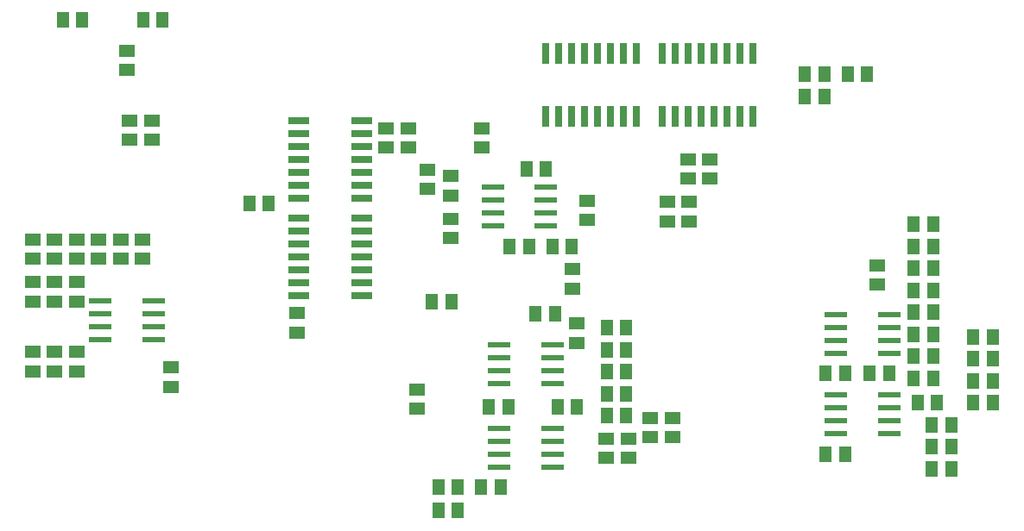
<source format=gbr>
G04 EAGLE Gerber RS-274X export*
G75*
%MOMM*%
%FSLAX34Y34*%
%LPD*%
%INSolderpaste Top*%
%IPPOS*%
%AMOC8*
5,1,8,0,0,1.08239X$1,22.5*%
G01*
%ADD10R,1.500000X1.300000*%
%ADD11R,2.032000X0.660400*%
%ADD12R,1.600000X1.300000*%
%ADD13R,1.300000X1.600000*%
%ADD14R,0.660400X2.032000*%
%ADD15R,1.300000X1.500000*%
%ADD16R,2.200000X0.600000*%


D10*
X434340Y779120D03*
X434340Y760120D03*
D11*
X410464Y614680D03*
X348996Y614680D03*
X410464Y627380D03*
X410464Y640080D03*
X348996Y627380D03*
X348996Y640080D03*
X410464Y652780D03*
X348996Y652780D03*
X410464Y665480D03*
X410464Y678180D03*
X348996Y665480D03*
X348996Y678180D03*
X410464Y690880D03*
X348996Y690880D03*
X410464Y709930D03*
X348996Y709930D03*
X410464Y722630D03*
X410464Y735330D03*
X348996Y722630D03*
X348996Y735330D03*
X410464Y748030D03*
X348996Y748030D03*
X410464Y760730D03*
X410464Y773430D03*
X348996Y760730D03*
X348996Y773430D03*
X410464Y786130D03*
X348996Y786130D03*
D12*
X130810Y540410D03*
X130810Y559410D03*
X109220Y540410D03*
X109220Y559410D03*
X130810Y669900D03*
X130810Y650900D03*
X87630Y650900D03*
X87630Y669900D03*
X731520Y706730D03*
X731520Y687730D03*
D13*
X864210Y810260D03*
X845210Y810260D03*
D12*
X709930Y687730D03*
X709930Y706730D03*
D13*
X906120Y831850D03*
X887120Y831850D03*
D14*
X590550Y790956D03*
X590550Y852424D03*
X603250Y790956D03*
X615950Y790956D03*
X603250Y852424D03*
X615950Y852424D03*
X628650Y790956D03*
X628650Y852424D03*
X641350Y790956D03*
X641350Y852424D03*
X654050Y790956D03*
X666750Y790956D03*
X654050Y852424D03*
X666750Y852424D03*
X679450Y790956D03*
X679450Y852424D03*
X704850Y790956D03*
X704850Y852424D03*
X717550Y790956D03*
X730250Y790956D03*
X717550Y852424D03*
X730250Y852424D03*
X742950Y790956D03*
X742950Y852424D03*
X755650Y790956D03*
X755650Y852424D03*
X768350Y790956D03*
X781050Y790956D03*
X768350Y852424D03*
X781050Y852424D03*
X793750Y790956D03*
X793750Y852424D03*
D15*
X845210Y831850D03*
X864210Y831850D03*
D10*
X751840Y748640D03*
X751840Y729640D03*
D13*
X970890Y684530D03*
X951890Y684530D03*
X970890Y619760D03*
X951890Y619760D03*
X951890Y598170D03*
X970890Y598170D03*
X970890Y554990D03*
X951890Y554990D03*
D15*
X951890Y641350D03*
X970890Y641350D03*
X970890Y662940D03*
X951890Y662940D03*
X951890Y576580D03*
X970890Y576580D03*
X927710Y538480D03*
X908710Y538480D03*
D13*
X1010310Y574040D03*
X1029310Y574040D03*
X955700Y509270D03*
X974700Y509270D03*
X1010310Y509270D03*
X1029310Y509270D03*
X988670Y466090D03*
X969670Y466090D03*
D15*
X1029310Y530860D03*
X1010310Y530860D03*
X1010310Y552450D03*
X1029310Y552450D03*
X969670Y487680D03*
X988670Y487680D03*
X969670Y444500D03*
X988670Y444500D03*
D13*
X600050Y596900D03*
X581050Y596900D03*
X669900Y561340D03*
X650900Y561340D03*
X669900Y539750D03*
X650900Y539750D03*
D12*
X715010Y475640D03*
X715010Y494640D03*
D13*
X669900Y518160D03*
X650900Y518160D03*
X669900Y496570D03*
X650900Y496570D03*
D15*
X555650Y662940D03*
X574650Y662940D03*
D10*
X621030Y587350D03*
X621030Y568350D03*
X693420Y494640D03*
X693420Y475640D03*
X671830Y474320D03*
X671830Y455320D03*
X464820Y522580D03*
X464820Y503580D03*
D15*
X951890Y533400D03*
X970890Y533400D03*
D10*
X915670Y625500D03*
X915670Y644500D03*
D15*
X884530Y538480D03*
X865530Y538480D03*
X865530Y458470D03*
X884530Y458470D03*
X669900Y582930D03*
X650900Y582930D03*
D10*
X182880Y767740D03*
X182880Y786740D03*
X180340Y836320D03*
X180340Y855320D03*
D12*
X152400Y650900D03*
X152400Y669900D03*
X195580Y650900D03*
X195580Y669900D03*
X173990Y650900D03*
X173990Y669900D03*
X109220Y627990D03*
X109220Y608990D03*
X130810Y608990D03*
X130810Y627990D03*
X87630Y627990D03*
X87630Y608990D03*
D10*
X204470Y767740D03*
X204470Y786740D03*
X223520Y525170D03*
X223520Y544170D03*
X109220Y650900D03*
X109220Y669900D03*
D12*
X730250Y748640D03*
X730250Y729640D03*
D10*
X87630Y540410D03*
X87630Y559410D03*
D16*
X154340Y596900D03*
X206340Y596900D03*
X154340Y609600D03*
X154340Y584200D03*
X154340Y571500D03*
X206340Y609600D03*
X206340Y584200D03*
X206340Y571500D03*
X875700Y582930D03*
X927700Y582930D03*
X875700Y595630D03*
X875700Y570230D03*
X875700Y557530D03*
X927700Y595630D03*
X927700Y570230D03*
X927700Y557530D03*
X875700Y504190D03*
X927700Y504190D03*
X875700Y516890D03*
X875700Y491490D03*
X875700Y478790D03*
X927700Y516890D03*
X927700Y491490D03*
X927700Y478790D03*
X597500Y541020D03*
X545500Y541020D03*
X597500Y528320D03*
X597500Y553720D03*
X597500Y566420D03*
X545500Y528320D03*
X545500Y553720D03*
X545500Y566420D03*
D13*
X504800Y403860D03*
X485800Y403860D03*
X485800Y426720D03*
X504800Y426720D03*
X479450Y608330D03*
X498450Y608330D03*
D12*
X617220Y621690D03*
X617220Y640690D03*
D13*
X616560Y662940D03*
X597560Y662940D03*
D12*
X631190Y689000D03*
X631190Y708000D03*
X497840Y732130D03*
X497840Y713130D03*
X497840Y690220D03*
X497840Y671220D03*
X528320Y779120D03*
X528320Y760120D03*
D15*
X300380Y704850D03*
X319380Y704850D03*
D10*
X346720Y578350D03*
X346720Y597350D03*
D15*
X136500Y885190D03*
X117500Y885190D03*
X215240Y885190D03*
X196240Y885190D03*
D13*
X535330Y505460D03*
X554330Y505460D03*
D12*
X650240Y474320D03*
X650240Y455320D03*
D16*
X597500Y458470D03*
X545500Y458470D03*
X597500Y445770D03*
X597500Y471170D03*
X597500Y483870D03*
X545500Y445770D03*
X545500Y471170D03*
X545500Y483870D03*
X591150Y695960D03*
X539150Y695960D03*
X591150Y683260D03*
X591150Y708660D03*
X591150Y721360D03*
X539150Y683260D03*
X539150Y708660D03*
X539150Y721360D03*
D12*
X455930Y779120D03*
X455930Y760120D03*
D15*
X527710Y426720D03*
X546710Y426720D03*
X621640Y505460D03*
X602640Y505460D03*
D10*
X474980Y719480D03*
X474980Y738480D03*
D15*
X572160Y739140D03*
X591160Y739140D03*
M02*

</source>
